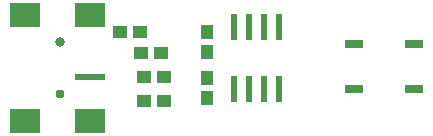
<source format=gtp>
G04 MADE WITH FRITZING*
G04 WWW.FRITZING.ORG*
G04 DOUBLE SIDED*
G04 HOLES PLATED*
G04 CONTOUR ON CENTER OF CONTOUR VECTOR*
%ASAXBY*%
%FSLAX23Y23*%
%MOIN*%
%OFA0B0*%
%SFA1.0B1.0*%
%ADD10C,0.031496*%
%ADD11C,0.031000*%
%ADD12R,0.043307X0.047244*%
%ADD13R,0.060000X0.030000*%
%ADD14R,0.047244X0.043307*%
%ADD15R,0.098425X0.019685*%
%ADD16R,0.098425X0.078740*%
%ADD17R,0.024000X0.087000*%
%ADD18R,0.001000X0.001000*%
%LNPASTEMASK1*%
G90*
G70*
G54D10*
X186Y327D03*
G54D11*
X186Y154D03*
G54D10*
X186Y327D03*
G54D11*
X186Y154D03*
G54D12*
X674Y361D03*
X674Y294D03*
G54D13*
X1164Y321D03*
X1364Y321D03*
X1164Y171D03*
X1364Y171D03*
G54D12*
X674Y141D03*
X674Y208D03*
G54D14*
X464Y131D03*
X531Y131D03*
X464Y211D03*
X531Y211D03*
X454Y291D03*
X521Y291D03*
X384Y361D03*
X451Y361D03*
G54D15*
X284Y209D03*
G54D16*
X68Y64D03*
X68Y418D03*
X284Y64D03*
X284Y418D03*
G54D17*
X764Y171D03*
X814Y171D03*
X864Y171D03*
X914Y171D03*
X914Y377D03*
X864Y377D03*
X814Y377D03*
X764Y377D03*
G54D18*
D02*
G04 End of PasteMask1*
M02*
</source>
